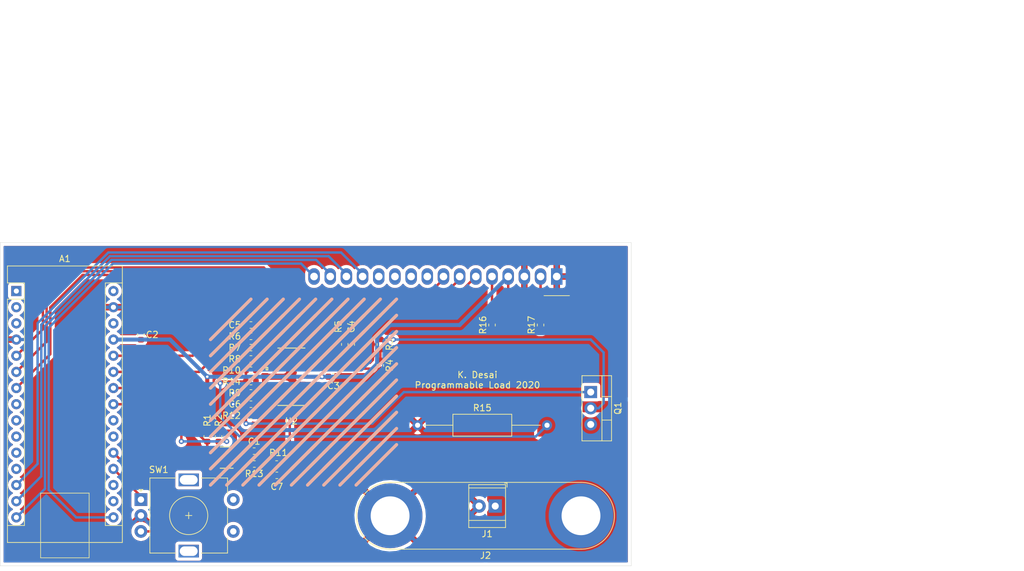
<source format=kicad_pcb>
(kicad_pcb (version 20171130) (host pcbnew "(5.1.2)-1")
  (layers (0 F.Cu signal) (31 B.Cu signal) (34 B.Paste user) (35 F.Paste user) (36 B.SilkS user) (37 F.SilkS user) (38 B.Mask user) (39 F.Mask user) (44 Edge.Cuts user))
  (net 0 "")
  (net 1 "Net-(A1-Pad16)")
  (net 2 "Net-(A1-Pad15)")
  (net 3 "Net-(A1-Pad30)")
  (net 4 "Net-(A1-Pad14)")
  (net 5 GND)
  (net 6 "Net-(A1-Pad13)")
  (net 7 "Net-(A1-Pad28)")
  (net 8 "Net-(A1-Pad12)")
  (net 9 +5V)
  (net 10 "Net-(A1-Pad11)")
  (net 11 "Net-(A1-Pad10)")
  (net 12 "Net-(A1-Pad9)")
  (net 13 /SCL)
  (net 14 "Net-(A1-Pad8)")
  (net 15 /SDA)
  (net 16 "Net-(A1-Pad7)")
  (net 17 "Net-(A1-Pad22)")
  (net 18 "Net-(A1-Pad6)")
  (net 19 "Net-(A1-Pad21)")
  (net 20 "Net-(A1-Pad5)")
  (net 21 /ADC_VOLT)
  (net 22 /ADC_CURRENT)
  (net 23 "Net-(A1-Pad3)")
  (net 24 "Net-(A1-Pad18)")
  (net 25 "Net-(A1-Pad2)")
  (net 26 "Net-(A1-Pad17)")
  (net 27 "Net-(A1-Pad1)")
  (net 28 "Net-(C6-Pad2)")
  (net 29 "Net-(C6-Pad1)")
  (net 30 "Net-(C7-Pad2)")
  (net 31 "Net-(Q1-Pad3)")
  (net 32 /LOAD+)
  (net 33 "Net-(Q1-Pad1)")
  (net 34 "Net-(R3-Pad2)")
  (net 35 "Net-(R5-Pad1)")
  (net 36 "Net-(R6-Pad1)")
  (net 37 "Net-(R7-Pad1)")
  (net 38 "Net-(R14-Pad2)")
  (net 39 "Net-(R10-Pad2)")
  (net 40 /DAC_CURRENT)
  (net 41 "Net-(U2-Pad1)")
  (net 42 "Net-(DS1-Pad12)")
  (net 43 "Net-(DS1-Pad11)")
  (net 44 "Net-(DS1-Pad10)")
  (net 45 "Net-(DS1-Pad9)")
  (net 46 "Net-(DS1-Pad5)")
  (net 47 "Net-(DS1-Pad2)")
  (net 48 "Net-(A1-Pad19)")
  (net 49 "Net-(A1-Pad20)")
  (module Display:HY1602E (layer F.Cu) (at 176.276 101.219 180)
    (fp_text reference DS1 hide)
    (fp_text value HY1602E)
    (pad 16 thru_hole oval (at 38.1 0) (size 1.8 2.6) (drill 1.2) (layers *.Cu *.Mask) (net 1 "Net-(A1-Pad16)"))
    (pad 15 thru_hole oval (at 35.56 0) (size 1.8 2.6) (drill 1.2) (layers *.Cu *.Mask) (net 2 "Net-(A1-Pad15)"))
    (pad 14 thru_hole oval (at 33.02 0) (size 1.8 2.6) (drill 1.2) (layers *.Cu *.Mask) (net 4 "Net-(A1-Pad14)"))
    (pad 13 thru_hole oval (at 30.48 0) (size 1.8 2.6) (drill 1.2) (layers *.Cu *.Mask) (net 6 "Net-(A1-Pad13)"))
    (pad 12 thru_hole oval (at 27.94 0) (size 1.8 2.6) (drill 1.2) (layers *.Cu *.Mask) (net 42 "Net-(DS1-Pad12)"))
    (pad 11 thru_hole oval (at 25.4 0) (size 1.8 2.6) (drill 1.2) (layers *.Cu *.Mask) (net 43 "Net-(DS1-Pad11)"))
    (pad 10 thru_hole oval (at 22.86 0) (size 1.8 2.6) (drill 1.2) (layers *.Cu *.Mask) (net 44 "Net-(DS1-Pad10)"))
    (pad 9 thru_hole oval (at 20.32 0) (size 1.8 2.6) (drill 1.2) (layers *.Cu *.Mask) (net 45 "Net-(DS1-Pad9)"))
    (pad 8 thru_hole oval (at 17.78 0) (size 1.8 2.6) (drill 1.2) (layers *.Cu *.Mask) (net 20 "Net-(A1-Pad5)"))
    (pad 7 thru_hole oval (at 15.24 0) (size 1.8 2.6) (drill 1.2) (layers *.Cu *.Mask) (net 18 "Net-(A1-Pad6)"))
    (pad 6 thru_hole oval (at 12.7 0) (size 1.8 2.6) (drill 1.2) (layers *.Cu *.Mask) (net 16 "Net-(A1-Pad7)"))
    (pad 5 thru_hole oval (at 10.16 0) (size 1.8 2.6) (drill 1.2) (layers *.Cu *.Mask) (net 46 "Net-(DS1-Pad5)"))
    (pad 4 thru_hole oval (at 7.62 0) (size 1.8 2.6) (drill 1.2) (layers *.Cu *.Mask) (net 9 +5V))
    (pad 3 thru_hole oval (at 5.08 0) (size 1.8 2.6) (drill 1.2) (layers *.Cu *.Mask) (net 5 GND))
    (pad 2 thru_hole oval (at 2.54 0) (size 1.8 2.6) (drill 1.2) (layers *.Cu *.Mask) (net 47 "Net-(DS1-Pad2)"))
    (pad 1 thru_hole rect (at 0 0) (size 1.8 2.6) (drill 1.2) (layers *.Cu *.Mask) (net 5 GND))
  )
  (module Rotary_Encoder:RotaryEncoder_Alps_EC11E-Switch_Vertical_H20mm (layer F.Cu) (at 110.998 136.271)
    (fp_text reference SW1 (at 2.8 -4.7) (layer F.SilkS))
    (fp_text value Rotary_Encoder)
    (pad A thru_hole rect (at 0 0) (size 2 2) (drill 1) (layers *.Cu *.Mask) (net 48 "Net-(A1-Pad19)"))
    (pad C thru_hole circle (at 0 2.5) (size 2 2) (drill 1) (layers *.Cu *.Mask) (net 5 GND))
    (pad B thru_hole circle (at 0 5) (size 2 2) (drill 1) (layers *.Cu *.Mask) (net 49 "Net-(A1-Pad20)"))
    (pad MP thru_hole rect (at 7.5 -3.1) (size 3.2 2) (drill oval 2.8 1.5) (layers *.Cu *.Mask))
    (pad MP thru_hole rect (at 7.5 8.1) (size 3.2 2) (drill oval 2.8 1.5) (layers *.Cu *.Mask))
    (pad S2 thru_hole circle (at 14.5 0) (size 2 2) (drill 1) (layers *.Cu *.Mask))
    (pad S1 thru_hole circle (at 14.5 5) (size 2 2) (drill 1) (layers *.Cu *.Mask))
  )
  (module Module:Arduino_Nano (layer F.Cu) (at 91.44 103.505)
    (fp_text reference A1 (at 7.62 -5.08) (layer F.SilkS))
    (fp_text value Arduino_Nano_v3.x)
    (pad 16 thru_hole oval (at 15.24 35.56) (size 1.6 1.6) (drill 0.8) (layers *.Cu *.Mask) (net 1 "Net-(A1-Pad16)"))
    (pad 15 thru_hole oval (at 0 35.56) (size 1.6 1.6) (drill 0.8) (layers *.Cu *.Mask) (net 2 "Net-(A1-Pad15)"))
    (pad 30 thru_hole oval (at 15.24 0) (size 1.6 1.6) (drill 0.8) (layers *.Cu *.Mask) (net 3 "Net-(A1-Pad30)"))
    (pad 14 thru_hole oval (at 0 33.02) (size 1.6 1.6) (drill 0.8) (layers *.Cu *.Mask) (net 4 "Net-(A1-Pad14)"))
    (pad 29 thru_hole oval (at 15.24 2.54) (size 1.6 1.6) (drill 0.8) (layers *.Cu *.Mask) (net 5 GND))
    (pad 13 thru_hole oval (at 0 30.48) (size 1.6 1.6) (drill 0.8) (layers *.Cu *.Mask) (net 6 "Net-(A1-Pad13)"))
    (pad 28 thru_hole oval (at 15.24 5.08) (size 1.6 1.6) (drill 0.8) (layers *.Cu *.Mask) (net 7 "Net-(A1-Pad28)"))
    (pad 12 thru_hole oval (at 0 27.94) (size 1.6 1.6) (drill 0.8) (layers *.Cu *.Mask) (net 8 "Net-(A1-Pad12)"))
    (pad 27 thru_hole oval (at 15.24 7.62) (size 1.6 1.6) (drill 0.8) (layers *.Cu *.Mask) (net 9 +5V))
    (pad 11 thru_hole oval (at 0 25.4) (size 1.6 1.6) (drill 0.8) (layers *.Cu *.Mask) (net 10 "Net-(A1-Pad11)"))
    (pad 26 thru_hole oval (at 15.24 10.16) (size 1.6 1.6) (drill 0.8) (layers *.Cu *.Mask) (net 21 /ADC_VOLT))
    (pad 10 thru_hole oval (at 0 22.86) (size 1.6 1.6) (drill 0.8) (layers *.Cu *.Mask) (net 11 "Net-(A1-Pad10)"))
    (pad 25 thru_hole oval (at 15.24 12.7) (size 1.6 1.6) (drill 0.8) (layers *.Cu *.Mask) (net 22 /ADC_CURRENT))
    (pad 9 thru_hole oval (at 0 20.32) (size 1.6 1.6) (drill 0.8) (layers *.Cu *.Mask) (net 12 "Net-(A1-Pad9)"))
    (pad 24 thru_hole oval (at 15.24 15.24) (size 1.6 1.6) (drill 0.8) (layers *.Cu *.Mask) (net 13 /SCL))
    (pad 8 thru_hole oval (at 0 17.78) (size 1.6 1.6) (drill 0.8) (layers *.Cu *.Mask) (net 14 "Net-(A1-Pad8)"))
    (pad 23 thru_hole oval (at 15.24 17.78) (size 1.6 1.6) (drill 0.8) (layers *.Cu *.Mask) (net 15 /SDA))
    (pad 7 thru_hole oval (at 0 15.24) (size 1.6 1.6) (drill 0.8) (layers *.Cu *.Mask) (net 16 "Net-(A1-Pad7)"))
    (pad 22 thru_hole oval (at 15.24 20.32) (size 1.6 1.6) (drill 0.8) (layers *.Cu *.Mask) (net 17 "Net-(A1-Pad22)"))
    (pad 6 thru_hole oval (at 0 12.7) (size 1.6 1.6) (drill 0.8) (layers *.Cu *.Mask) (net 18 "Net-(A1-Pad6)"))
    (pad 21 thru_hole oval (at 15.24 22.86) (size 1.6 1.6) (drill 0.8) (layers *.Cu *.Mask) (net 19 "Net-(A1-Pad21)"))
    (pad 5 thru_hole oval (at 0 10.16) (size 1.6 1.6) (drill 0.8) (layers *.Cu *.Mask) (net 20 "Net-(A1-Pad5)"))
    (pad 20 thru_hole oval (at 15.24 25.4) (size 1.6 1.6) (drill 0.8) (layers *.Cu *.Mask) (net 49 "Net-(A1-Pad20)"))
    (pad 4 thru_hole oval (at 0 7.62) (size 1.6 1.6) (drill 0.8) (layers *.Cu *.Mask) (net 5 GND))
    (pad 19 thru_hole oval (at 15.24 27.94) (size 1.6 1.6) (drill 0.8) (layers *.Cu *.Mask) (net 48 "Net-(A1-Pad19)"))
    (pad 3 thru_hole oval (at 0 5.08) (size 1.6 1.6) (drill 0.8) (layers *.Cu *.Mask) (net 23 "Net-(A1-Pad3)"))
    (pad 18 thru_hole oval (at 15.24 30.48) (size 1.6 1.6) (drill 0.8) (layers *.Cu *.Mask) (net 24 "Net-(A1-Pad18)"))
    (pad 2 thru_hole oval (at 0 2.54) (size 1.6 1.6) (drill 0.8) (layers *.Cu *.Mask) (net 25 "Net-(A1-Pad2)"))
    (pad 17 thru_hole oval (at 15.24 33.02) (size 1.6 1.6) (drill 0.8) (layers *.Cu *.Mask) (net 26 "Net-(A1-Pad17)"))
    (pad 1 thru_hole rect (at 0 0) (size 1.6 1.6) (drill 0.8) (layers *.Cu *.Mask) (net 27 "Net-(A1-Pad1)"))
  )
  (module Resistor_SMD:R_0603_1608Metric (layer F.Cu) (at 173.736 108.839 90)
    (fp_text reference R17 (at 0 -1.43 90) (layer F.SilkS))
    (fp_text value 220R)
    (pad 2 smd roundrect (at 0.7875 0 90) (size 0.875 0.95) (layers F.Cu F.Paste F.Mask) (net 47 "Net-(DS1-Pad2)"))
    (pad 1 smd roundrect (at -0.7875 0 90) (size 0.875 0.95) (layers F.Cu F.Paste F.Mask) (net 9 +5V))
  )
  (module Resistor_SMD:R_0603_1608Metric (layer F.Cu) (at 166.116 108.839 90)
    (fp_text reference R16 (at 0 -1.43 90) (layer F.SilkS))
    (fp_text value 2k)
    (pad 2 smd roundrect (at 0.7875 0 90) (size 0.875 0.95) (layers F.Cu F.Paste F.Mask) (net 46 "Net-(DS1-Pad5)"))
    (pad 1 smd roundrect (at -0.7875 0 90) (size 0.875 0.95) (layers F.Cu F.Paste F.Mask) (net 5 GND))
  )
  (module Resistor_THT:R_Axial_DIN0309_L9.0mm_D3.2mm_P20.32mm_Horizontal (layer F.Cu) (at 154.432 124.587)
    (fp_text reference R15 (at 10.16 -2.72) (layer F.SilkS))
    (fp_text value 0R1)
    (pad 2 thru_hole oval (at 20.32 0) (size 1.6 1.6) (drill 0.8) (layers *.Cu *.Mask) (net 31 "Net-(Q1-Pad3)"))
    (pad 1 thru_hole circle (at 0 0) (size 1.6 1.6) (drill 0.8) (layers *.Cu *.Mask) (net 5 GND))
  )
  (module Connector:Banana_Jack_2Pin (layer F.Cu) (at 180.086 138.811 180)
    (fp_text reference J2 (at 14.985 -6.24) (layer F.SilkS))
    (fp_text value Conn_01x02)
    (pad 2 thru_hole circle (at 29.97 0 180) (size 10.16 10.16) (drill 6.1) (layers *.Cu *.Mask) (net 5 GND))
    (pad 1 thru_hole circle (at 0 0 180) (size 10.16 10.16) (drill 6.1) (layers *.Cu *.Mask) (net 32 /LOAD+))
  )
  (module TerminalBlock_TE-Connectivity:TerminalBlock_TE_282834-2_1x02_P2.54mm_Horizontal (layer F.Cu) (at 166.624 137.287 180)
    (fp_text reference J1 (at 1.27 -4.37) (layer F.SilkS))
    (fp_text value Screw_Terminal_01x02)
    (pad 2 thru_hole circle (at 2.54 0 180) (size 2.1 2.1) (drill 1.1) (layers *.Cu *.Mask) (net 5 GND))
    (pad 1 thru_hole rect (at 0 0 180) (size 2.1 2.1) (drill 1.1) (layers *.Cu *.Mask) (net 32 /LOAD+))
  )
  (module footprints:AD8608ARZ-REEL (layer F.Cu) (at 134.62 116.967 180)
    (fp_text reference U2 (at 0 -6.985) (layer F.SilkS))
    (fp_text value AD8608ARZ-REEL hide)
    (pad 14 smd rect (at 2.3622 -3.81 180) (size 2.1844 0.5588) (layers F.Cu F.Paste F.Mask) (net 28 "Net-(C6-Pad2)"))
    (pad 13 smd rect (at 2.3622 -2.54 180) (size 2.1844 0.5588) (layers F.Cu F.Paste F.Mask) (net 38 "Net-(R14-Pad2)"))
    (pad 12 smd rect (at 2.3622 -1.27 180) (size 2.1844 0.5588) (layers F.Cu F.Paste F.Mask) (net 30 "Net-(C7-Pad2)"))
    (pad 11 smd rect (at 2.3622 0 180) (size 2.1844 0.5588) (layers F.Cu F.Paste F.Mask) (net 5 GND))
    (pad 10 smd rect (at 2.3622 1.27 180) (size 2.1844 0.5588) (layers F.Cu F.Paste F.Mask) (net 39 "Net-(R10-Pad2)"))
    (pad 9 smd rect (at 2.3622 2.54 180) (size 2.1844 0.5588) (layers F.Cu F.Paste F.Mask) (net 37 "Net-(R7-Pad1)"))
    (pad 8 smd rect (at 2.3622 3.81 180) (size 2.1844 0.5588) (layers F.Cu F.Paste F.Mask) (net 36 "Net-(R6-Pad1)"))
    (pad 7 smd rect (at -2.3622 3.81 180) (size 2.1844 0.5588) (layers F.Cu F.Paste F.Mask) (net 35 "Net-(R5-Pad1)"))
    (pad 6 smd rect (at -2.3622 2.54 180) (size 2.1844 0.5588) (layers F.Cu F.Paste F.Mask) (net 35 "Net-(R5-Pad1)"))
    (pad 5 smd rect (at -2.3622 1.27 180) (size 2.1844 0.5588) (layers F.Cu F.Paste F.Mask) (net 34 "Net-(R3-Pad2)"))
    (pad 4 smd rect (at -2.3622 0 180) (size 2.1844 0.5588) (layers F.Cu F.Paste F.Mask) (net 9 +5V))
    (pad 3 smd rect (at -2.3622 -1.27 180) (size 2.1844 0.5588) (layers F.Cu F.Paste F.Mask) (net 5 GND))
    (pad 2 smd rect (at -2.3622 -2.54 180) (size 2.1844 0.5588) (layers F.Cu F.Paste F.Mask) (net 41 "Net-(U2-Pad1)"))
    (pad 1 smd rect (at -2.3622 -3.81 180) (size 2.1844 0.5588) (layers F.Cu F.Paste F.Mask) (net 41 "Net-(U2-Pad1)"))
  )
  (module lib:SOT-23-6_MC (layer F.Cu) (at 124.46 129.667 180)
    (fp_text reference U1 (at 0.305325 3.175) (layer F.SilkS) (effects (font (size 1.00174 1.00174) (thickness 0.015))))
    (fp_text value MCP4725A2T-E_CH)
    (pad 6 smd rect (at 1.2954 -0.950009 180) (size 1.3208 0.5588) (layers F.Cu F.Paste F.Mask) (net 5 GND))
    (pad 5 smd rect (at 1.2954 0 180) (size 1.3208 0.5588) (layers F.Cu F.Paste F.Mask) (net 13 /SCL))
    (pad 4 smd rect (at 1.2954 0.950009 180) (size 1.3208 0.5588) (layers F.Cu F.Paste F.Mask) (net 15 /SDA))
    (pad 3 smd rect (at -1.2954 0.950009 180) (size 1.3208 0.5588) (layers F.Cu F.Paste F.Mask) (net 9 +5V))
    (pad 2 smd rect (at -1.2954 0 180) (size 1.3208 0.5588) (layers F.Cu F.Paste F.Mask) (net 5 GND))
    (pad 1 smd rect (at -1.2954 -0.950009 180) (size 1.3208 0.5588) (layers F.Cu F.Paste F.Mask) (net 40 /DAC_CURRENT))
  )
  (module Resistor_SMD:R_0603_1608Metric (layer F.Cu) (at 128.27 117.729)
    (fp_text reference R14 (at -3.048 0) (layer F.SilkS))
    (fp_text value 18k)
    (pad 2 smd roundrect (at 0.7875 0) (size 0.875 0.95) (layers F.Cu F.Paste F.Mask) (net 38 "Net-(R14-Pad2)"))
    (pad 1 smd roundrect (at -0.7875 0) (size 0.875 0.95) (layers F.Cu F.Paste F.Mask) (net 31 "Net-(Q1-Pad3)"))
  )
  (module Resistor_SMD:R_0603_1608Metric (layer F.Cu) (at 128.8035 130.683)
    (fp_text reference R13 (at -0.0255 1.524) (layer F.SilkS))
    (fp_text value 18k)
    (pad 2 smd roundrect (at 0.7875 0) (size 0.875 0.95) (layers F.Cu F.Paste F.Mask) (net 30 "Net-(C7-Pad2)"))
    (pad 1 smd roundrect (at -0.7875 0) (size 0.875 0.95) (layers F.Cu F.Paste F.Mask) (net 40 /DAC_CURRENT))
  )
  (module Resistor_SMD:R_0603_1608Metric (layer F.Cu) (at 128.27 123.063)
    (fp_text reference R12 (at -3.048 0) (layer F.SilkS))
    (fp_text value 150)
    (pad 2 smd roundrect (at 0.7875 0) (size 0.875 0.95) (layers F.Cu F.Paste F.Mask) (net 28 "Net-(C6-Pad2)"))
    (pad 1 smd roundrect (at -0.7875 0) (size 0.875 0.95) (layers F.Cu F.Paste F.Mask) (net 33 "Net-(Q1-Pad1)"))
  )
  (module Resistor_SMD:R_0603_1608Metric (layer F.Cu) (at 132.3085 130.683 180)
    (fp_text reference R11 (at -0.2795 1.778) (layer F.SilkS))
    (fp_text value 2k)
    (pad 2 smd roundrect (at 0.7875 0 180) (size 0.875 0.95) (layers F.Cu F.Paste F.Mask) (net 30 "Net-(C7-Pad2)"))
    (pad 1 smd roundrect (at -0.7875 0 180) (size 0.875 0.95) (layers F.Cu F.Paste F.Mask) (net 5 GND))
  )
  (module Resistor_SMD:R_0603_1608Metric (layer F.Cu) (at 128.27 115.951)
    (fp_text reference R10 (at -3.048 0) (layer F.SilkS))
    (fp_text value 20k)
    (pad 2 smd roundrect (at 0.7875 0) (size 0.875 0.95) (layers F.Cu F.Paste F.Mask) (net 39 "Net-(R10-Pad2)"))
    (pad 1 smd roundrect (at -0.7875 0) (size 0.875 0.95) (layers F.Cu F.Paste F.Mask) (net 31 "Net-(Q1-Pad3)"))
  )
  (module Resistor_SMD:R_0603_1608Metric (layer F.Cu) (at 128.27 119.507)
    (fp_text reference R9 (at -2.54 0) (layer F.SilkS))
    (fp_text value 2k2)
    (pad 2 smd roundrect (at 0.7875 0) (size 0.875 0.95) (layers F.Cu F.Paste F.Mask) (net 38 "Net-(R14-Pad2)"))
    (pad 1 smd roundrect (at -0.7875 0) (size 0.875 0.95) (layers F.Cu F.Paste F.Mask) (net 29 "Net-(C6-Pad1)"))
  )
  (module Resistor_SMD:R_0603_1608Metric (layer F.Cu) (at 128.27 114.173)
    (fp_text reference R8 (at -2.54 0) (layer F.SilkS))
    (fp_text value 20k)
    (pad 2 smd roundrect (at 0.7875 0) (size 0.875 0.95) (layers F.Cu F.Paste F.Mask) (net 37 "Net-(R7-Pad1)"))
    (pad 1 smd roundrect (at -0.7875 0) (size 0.875 0.95) (layers F.Cu F.Paste F.Mask) (net 5 GND))
  )
  (module Resistor_SMD:R_0603_1608Metric (layer F.Cu) (at 128.27 112.395)
    (fp_text reference R7 (at -2.54 0) (layer F.SilkS))
    (fp_text value 180k)
    (pad 2 smd roundrect (at 0.7875 0) (size 0.875 0.95) (layers F.Cu F.Paste F.Mask) (net 36 "Net-(R6-Pad1)"))
    (pad 1 smd roundrect (at -0.7875 0) (size 0.875 0.95) (layers F.Cu F.Paste F.Mask) (net 37 "Net-(R7-Pad1)"))
  )
  (module Resistor_SMD:R_0603_1608Metric (layer F.Cu) (at 128.27 110.617 180)
    (fp_text reference R6 (at 2.54 0) (layer F.SilkS))
    (fp_text value 150)
    (pad 2 smd roundrect (at 0.7875 0 180) (size 0.875 0.95) (layers F.Cu F.Paste F.Mask) (net 22 /ADC_CURRENT))
    (pad 1 smd roundrect (at -0.7875 0 180) (size 0.875 0.95) (layers F.Cu F.Paste F.Mask) (net 36 "Net-(R6-Pad1)"))
  )
  (module Resistor_SMD:R_0603_1608Metric (layer F.Cu) (at 141.986 111.887 90)
    (fp_text reference R5 (at 2.794 0 90) (layer F.SilkS))
    (fp_text value 150)
    (pad 2 smd roundrect (at 0.7875 0 90) (size 0.875 0.95) (layers F.Cu F.Paste F.Mask) (net 21 /ADC_VOLT))
    (pad 1 smd roundrect (at -0.7875 0 90) (size 0.875 0.95) (layers F.Cu F.Paste F.Mask) (net 35 "Net-(R5-Pad1)"))
  )
  (module Resistor_SMD:R_0603_1608Metric (layer F.Cu) (at 148.59 115.189 270)
    (fp_text reference R4 (at 0 -1.43 90) (layer F.SilkS))
    (fp_text value 20k)
    (pad 2 smd roundrect (at 0.7875 0 270) (size 0.875 0.95) (layers F.Cu F.Paste F.Mask) (net 5 GND))
    (pad 1 smd roundrect (at -0.7875 0 270) (size 0.875 0.95) (layers F.Cu F.Paste F.Mask) (net 34 "Net-(R3-Pad2)"))
  )
  (module Resistor_SMD:R_0603_1608Metric (layer F.Cu) (at 148.59 111.887 270)
    (fp_text reference R3 (at 0 -1.43 90) (layer F.SilkS))
    (fp_text value 100k)
    (pad 2 smd roundrect (at 0.7875 0 270) (size 0.875 0.95) (layers F.Cu F.Paste F.Mask) (net 34 "Net-(R3-Pad2)"))
    (pad 1 smd roundrect (at -0.7875 0 270) (size 0.875 0.95) (layers F.Cu F.Paste F.Mask) (net 32 /LOAD+))
  )
  (module Resistor_SMD:R_0603_1608Metric (layer F.Cu) (at 123.19 126.365 270)
    (fp_text reference R2 (at -2.54 0 90) (layer F.SilkS))
    (fp_text value 10k)
    (pad 2 smd roundrect (at 0.7875 0 270) (size 0.875 0.95) (layers F.Cu F.Paste F.Mask) (net 15 /SDA))
    (pad 1 smd roundrect (at -0.7875 0 270) (size 0.875 0.95) (layers F.Cu F.Paste F.Mask) (net 9 +5V))
  )
  (module Resistor_SMD:R_0603_1608Metric (layer F.Cu) (at 121.412 126.365 270)
    (fp_text reference R1 (at -2.54 0 90) (layer F.SilkS))
    (fp_text value 10k)
    (pad 2 smd roundrect (at 0.7875 0 270) (size 0.875 0.95) (layers F.Cu F.Paste F.Mask) (net 13 /SCL))
    (pad 1 smd roundrect (at -0.7875 0 270) (size 0.875 0.95) (layers F.Cu F.Paste F.Mask) (net 9 +5V))
  )
  (module Package_TO_SOT_THT:TO-220-3_Vertical (layer F.Cu) (at 181.61 119.38 270)
    (fp_text reference Q1 (at 2.54 -4.27 90) (layer F.SilkS))
    (fp_text value IRLZ44N)
    (pad 3 thru_hole oval (at 5.08 0 270) (size 1.905 2) (drill 1.1) (layers *.Cu *.Mask) (net 31 "Net-(Q1-Pad3)"))
    (pad 2 thru_hole oval (at 2.54 0 270) (size 1.905 2) (drill 1.1) (layers *.Cu *.Mask) (net 32 /LOAD+))
    (pad 1 thru_hole rect (at 0 0 270) (size 1.905 2) (drill 1.1) (layers *.Cu *.Mask) (net 33 "Net-(Q1-Pad1)"))
  )
  (module Capacitor_SMD:C_0603_1608Metric (layer F.Cu) (at 132.334 132.461 180)
    (fp_text reference C7 (at 0 -1.778) (layer F.SilkS))
    (fp_text value 1n)
    (pad 2 smd roundrect (at 0.7875 0 180) (size 0.875 0.95) (layers F.Cu F.Paste F.Mask) (net 30 "Net-(C7-Pad2)"))
    (pad 1 smd roundrect (at -0.7875 0 180) (size 0.875 0.95) (layers F.Cu F.Paste F.Mask) (net 5 GND))
  )
  (module Capacitor_SMD:C_0603_1608Metric (layer F.Cu) (at 128.27 121.285)
    (fp_text reference C6 (at -2.54 0) (layer F.SilkS))
    (fp_text value 22n)
    (pad 2 smd roundrect (at 0.7875 0) (size 0.875 0.95) (layers F.Cu F.Paste F.Mask) (net 28 "Net-(C6-Pad2)"))
    (pad 1 smd roundrect (at -0.7875 0) (size 0.875 0.95) (layers F.Cu F.Paste F.Mask) (net 29 "Net-(C6-Pad1)"))
  )
  (module Capacitor_SMD:C_0603_1608Metric (layer F.Cu) (at 128.27 108.839 180)
    (fp_text reference C5 (at 2.54 0) (layer F.SilkS))
    (fp_text value 100n)
    (pad 2 smd roundrect (at 0.7875 0 180) (size 0.875 0.95) (layers F.Cu F.Paste F.Mask) (net 22 /ADC_CURRENT))
    (pad 1 smd roundrect (at -0.7875 0 180) (size 0.875 0.95) (layers F.Cu F.Paste F.Mask) (net 5 GND))
  )
  (module Capacitor_SMD:C_0603_1608Metric (layer F.Cu) (at 144.018 111.887 270)
    (fp_text reference C4 (at -2.794 0 90) (layer F.SilkS))
    (fp_text value 100n)
    (pad 2 smd roundrect (at 0.7875 0 270) (size 0.875 0.95) (layers F.Cu F.Paste F.Mask) (net 5 GND))
    (pad 1 smd roundrect (at -0.7875 0 270) (size 0.875 0.95) (layers F.Cu F.Paste F.Mask) (net 21 /ADC_VOLT))
  )
  (module Capacitor_SMD:C_0603_1608Metric (layer F.Cu) (at 141.224 116.967 180)
    (fp_text reference C3 (at 0 -1.43) (layer F.SilkS))
    (fp_text value 100n)
    (pad 2 smd roundrect (at 0.7875 0 180) (size 0.875 0.95) (layers F.Cu F.Paste F.Mask) (net 9 +5V))
    (pad 1 smd roundrect (at -0.7875 0 180) (size 0.875 0.95) (layers F.Cu F.Paste F.Mask) (net 5 GND))
  )
  (module Capacitor_SMD:C_0603_1608Metric (layer F.Cu) (at 110.998 110.363 270)
    (fp_text reference C2 (at 0 -1.778 180) (layer F.SilkS))
    (fp_text value 100n)
    (pad 2 smd roundrect (at 0.7875 0 270) (size 0.875 0.95) (layers F.Cu F.Paste F.Mask) (net 9 +5V))
    (pad 1 smd roundrect (at -0.7875 0 270) (size 0.875 0.95) (layers F.Cu F.Paste F.Mask) (net 5 GND))
  )
  (module Capacitor_SMD:C_0603_1608Metric (layer F.Cu) (at 128.778 128.651 180)
    (fp_text reference C1 (at 0 1.524) (layer F.SilkS))
    (fp_text value 1u)
    (pad 2 smd roundrect (at 0.7875 0 180) (size 0.875 0.95) (layers F.Cu F.Paste F.Mask) (net 9 +5V))
    (pad 1 smd roundrect (at -0.7875 0 180) (size 0.875 0.95) (layers F.Cu F.Paste F.Mask) (net 5 GND))
  )
  (gr_text "K. Desai\nProgrammable Load 2020" (at 163.83 117.475) (layer F.SilkS) (effects (font (size 1 1))))
  (gr_line (start 144.78 111.125) (end 151.13 104.775) (layer B.SilkS) (width 0.508))
  (gr_line (start 144.78 113.665) (end 151.13 107.315) (layer B.SilkS) (width 0.508))
  (gr_line (start 144.78 116.205) (end 151.13 109.855) (layer B.SilkS) (width 0.508))
  (gr_line (start 144.78 118.745) (end 151.13 112.395) (layer B.SilkS) (width 0.508))
  (gr_line (start 144.78 121.285) (end 151.13 114.935) (layer B.SilkS) (width 0.508))
  (gr_line (start 144.78 123.825) (end 151.13 117.475) (layer B.SilkS) (width 0.508))
  (gr_line (start 144.78 126.365) (end 151.13 120.015) (layer B.SilkS) (width 0.508))
  (gr_line (start 144.78 128.905) (end 151.13 122.555) (layer B.SilkS) (width 0.508))
  (gr_line (start 144.78 131.445) (end 151.13 125.095) (layer B.SilkS) (width 0.508))
  (gr_line (start 144.78 133.985) (end 151.13 127.635) (layer B.SilkS) (width 0.508))
  (gr_line (start 142.24 111.125) (end 148.59 104.775) (layer B.SilkS) (width 0.508))
  (gr_line (start 142.24 113.665) (end 148.59 107.315) (layer B.SilkS) (width 0.508))
  (gr_line (start 142.24 116.205) (end 148.59 109.855) (layer B.SilkS) (width 0.508))
  (gr_line (start 142.24 118.745) (end 148.59 112.395) (layer B.SilkS) (width 0.508))
  (gr_line (start 142.24 121.285) (end 148.59 114.935) (layer B.SilkS) (width 0.508))
  (gr_line (start 142.24 123.825) (end 148.59 117.475) (layer B.SilkS) (width 0.508))
  (gr_line (start 142.24 126.365) (end 148.59 120.015) (layer B.SilkS) (width 0.508))
  (gr_line (start 142.24 128.905) (end 148.59 122.555) (layer B.SilkS) (width 0.508))
  (gr_line (start 142.24 131.445) (end 148.59 125.095) (layer B.SilkS) (width 0.508))
  (gr_line (start 142.24 133.985) (end 148.59 127.635) (layer B.SilkS) (width 0.508))
  (gr_line (start 139.7 111.125) (end 146.05 104.775) (layer B.SilkS) (width 0.508))
  (gr_line (start 139.7 113.665) (end 146.05 107.315) (layer B.SilkS) (width 0.508))
  (gr_line (start 139.7 116.205) (end 146.05 109.855) (layer B.SilkS) (width 0.508))
  (gr_line (start 139.7 118.745) (end 146.05 112.395) (layer B.SilkS) (width 0.508))
  (gr_line (start 139.7 121.285) (end 146.05 114.935) (layer B.SilkS) (width 0.508))
  (gr_line (start 139.7 123.825) (end 146.05 117.475) (layer B.SilkS) (width 0.508))
  (gr_line (start 139.7 126.365) (end 146.05 120.015) (layer B.SilkS) (width 0.508))
  (gr_line (start 139.7 128.905) (end 146.05 122.555) (layer B.SilkS) (width 0.508))
  (gr_line (start 139.7 131.445) (end 146.05 125.095) (layer B.SilkS) (width 0.508))
  (gr_line (start 139.7 133.985) (end 146.05 127.635) (layer B.SilkS) (width 0.508))
  (gr_line (start 137.16 111.125) (end 143.51 104.775) (layer B.SilkS) (width 0.508))
  (gr_line (start 137.16 113.665) (end 143.51 107.315) (layer B.SilkS) (width 0.508))
  (gr_line (start 137.16 116.205) (end 143.51 109.855) (layer B.SilkS) (width 0.508))
  (gr_line (start 137.16 118.745) (end 143.51 112.395) (layer B.SilkS) (width 0.508))
  (gr_line (start 137.16 121.285) (end 143.51 114.935) (layer B.SilkS) (width 0.508))
  (gr_line (start 137.16 123.825) (end 143.51 117.475) (layer B.SilkS) (width 0.508))
  (gr_line (start 137.16 126.365) (end 143.51 120.015) (layer B.SilkS) (width 0.508))
  (gr_line (start 137.16 128.905) (end 143.51 122.555) (layer B.SilkS) (width 0.508))
  (gr_line (start 137.16 131.445) (end 143.51 125.095) (layer B.SilkS) (width 0.508))
  (gr_line (start 137.16 133.985) (end 143.51 127.635) (layer B.SilkS) (width 0.508))
  (gr_line (start 134.62 111.125) (end 140.97 104.775) (layer B.SilkS) (width 0.508))
  (gr_line (start 134.62 113.665) (end 140.97 107.315) (layer B.SilkS) (width 0.508))
  (gr_line (start 134.62 116.205) (end 140.97 109.855) (layer B.SilkS) (width 0.508))
  (gr_line (start 134.62 118.745) (end 140.97 112.395) (layer B.SilkS) (width 0.508))
  (gr_line (start 134.62 121.285) (end 140.97 114.935) (layer B.SilkS) (width 0.508))
  (gr_line (start 134.62 123.825) (end 140.97 117.475) (layer B.SilkS) (width 0.508))
  (gr_line (start 134.62 126.365) (end 140.97 120.015) (layer B.SilkS) (width 0.508))
  (gr_line (start 134.62 128.905) (end 140.97 122.555) (layer B.SilkS) (width 0.508))
  (gr_line (start 134.62 131.445) (end 140.97 125.095) (layer B.SilkS) (width 0.508))
  (gr_line (start 134.62 133.985) (end 140.97 127.635) (layer B.SilkS) (width 0.508))
  (gr_line (start 132.08 111.125) (end 138.43 104.775) (layer B.SilkS) (width 0.508))
  (gr_line (start 132.08 113.665) (end 138.43 107.315) (layer B.SilkS) (width 0.508))
  (gr_line (start 132.08 116.205) (end 138.43 109.855) (layer B.SilkS) (width 0.508))
  (gr_line (start 132.08 118.745) (end 138.43 112.395) (layer B.SilkS) (width 0.508))
  (gr_line (start 132.08 121.285) (end 138.43 114.935) (layer B.SilkS) (width 0.508))
  (gr_line (start 132.08 123.825) (end 138.43 117.475) (layer B.SilkS) (width 0.508))
  (gr_line (start 132.08 126.365) (end 138.43 120.015) (layer B.SilkS) (width 0.508))
  (gr_line (start 132.08 128.905) (end 138.43 122.555) (layer B.SilkS) (width 0.508))
  (gr_line (start 132.08 131.445) (end 138.43 125.095) (layer B.SilkS) (width 0.508))
  (gr_line (start 132.08 133.985) (end 138.43 127.635) (layer B.SilkS) (width 0.508))
  (gr_line (start 129.54 111.125) (end 135.89 104.775) (layer B.SilkS) (width 0.508))
  (gr_line (start 129.54 113.665) (end 135.89 107.315) (layer B.SilkS) (width 0.508))
  (gr_line (start 129.54 116.205) (end 135.89 109.855) (layer B.SilkS) (width 0.508))
  (gr_line (start 129.54 118.745) (end 135.89 112.395) (layer B.SilkS) (width 0.508))
  (gr_line (start 129.54 121.285) (end 135.89 114.935) (layer B.SilkS) (width 0.508))
  (gr_line (start 129.54 123.825) (end 135.89 117.475) (layer B.SilkS) (width 0.508))
  (gr_line (start 129.54 126.365) (end 135.89 120.015) (layer B.SilkS) (width 0.508))
  (gr_line (start 129.54 128.905) (end 135.89 122.555) (layer B.SilkS) (width 0.508))
  (gr_line (start 129.54 131.445) (end 135.89 125.095) (layer B.SilkS) (width 0.508))
  (gr_line (start 129.54 133.985) (end 135.89 127.635) (layer B.SilkS) (width 0.508))
  (gr_line (start 127 111.125) (end 133.35 104.775) (layer B.SilkS) (width 0.508))
  (gr_line (start 127 113.665) (end 133.35 107.315) (layer B.SilkS) (width 0.508))
  (gr_line (start 127 116.205) (end 133.35 109.855) (layer B.SilkS) (width 0.508))
  (gr_line (start 127 118.745) (end 133.35 112.395) (layer B.SilkS) (width 0.508))
  (gr_line (start 127 121.285) (end 133.35 114.935) (layer B.SilkS) (width 0.508))
  (gr_line (start 127 123.825) (end 133.35 117.475) (layer B.SilkS) (width 0.508))
  (gr_line (start 127 126.365) (end 133.35 120.015) (layer B.SilkS) (width 0.508))
  (gr_line (start 127 128.905) (end 133.35 122.555) (layer B.SilkS) (width 0.508))
  (gr_line (start 127 131.445) (end 133.35 125.095) (layer B.SilkS) (width 0.508))
  (gr_line (start 127 133.985) (end 133.35 127.635) (layer B.SilkS) (width 0.508))
  (gr_line (start 124.46 111.125) (end 130.81 104.775) (layer B.SilkS) (width 0.508))
  (gr_line (start 124.46 113.665) (end 130.81 107.315) (layer B.SilkS) (width 0.508))
  (gr_line (start 124.46 116.205) (end 130.81 109.855) (layer B.SilkS) (width 0.508))
  (gr_line (start 124.46 118.745) (end 130.81 112.395) (layer B.SilkS) (width 0.508))
  (gr_line (start 124.46 121.285) (end 130.81 114.935) (layer B.SilkS) (width 0.508))
  (gr_line (start 124.46 123.825) (end 130.81 117.475) (layer B.SilkS) (width 0.508))
  (gr_line (start 124.46 126.365) (end 130.81 120.015) (layer B.SilkS) (width 0.508))
  (gr_line (start 124.46 128.905) (end 130.81 122.555) (layer B.SilkS) (width 0.508))
  (gr_line (start 124.46 131.445) (end 130.81 125.095) (layer B.SilkS) (width 0.508))
  (gr_line (start 124.46 133.985) (end 130.81 127.635) (layer B.SilkS) (width 0.508))
  (gr_line (start 121.92 111.125) (end 128.27 104.775) (layer B.SilkS) (width 0.508))
  (gr_line (start 121.92 113.665) (end 128.27 107.315) (layer B.SilkS) (width 0.508))
  (gr_line (start 121.92 116.205) (end 128.27 109.855) (layer B.SilkS) (width 0.508))
  (gr_line (start 121.92 118.745) (end 128.27 112.395) (layer B.SilkS) (width 0.508))
  (gr_line (start 121.92 121.285) (end 128.27 114.935) (layer B.SilkS) (width 0.508))
  (gr_line (start 121.92 123.825) (end 128.27 117.475) (layer B.SilkS) (width 0.508))
  (gr_line (start 121.92 126.365) (end 128.27 120.015) (layer B.SilkS) (width 0.508))
  (gr_line (start 121.92 128.905) (end 128.27 122.555) (layer B.SilkS) (width 0.508))
  (gr_line (start 121.92 131.445) (end 128.27 125.095) (layer B.SilkS) (width 0.508))
  (gr_line (start 121.92 133.985) (end 128.27 127.635) (layer B.SilkS) (width 0.508))
  (gr_line (start 88.9 95.885) (end 88.9 146.685) (layer Edge.Cuts) (width 0.05))
  (gr_line (start 187.96 95.885) (end 88.9 95.885) (layer Edge.Cuts) (width 0.05))
  (gr_line (start 187.96 146.685) (end 187.96 95.885) (layer Edge.Cuts) (width 0.05))
  (gr_line (start 88.9 146.685) (end 187.96 146.685) (layer Edge.Cuts) (width 0.05))
  (segment (start 136.144 99.187) (end 138.176 101.219) (width 0.381) (layer B.Cu) (net 1))
  (segment (start 106.605016 99.187) (end 136.144 99.187) (width 0.381) (layer B.Cu) (net 1))
  (segment (start 96.52 109.272016) (end 106.605016 99.187) (width 0.381) (layer B.Cu) (net 1))
  (segment (start 106.68 139.065) (end 100.838 139.065) (width 0.381) (layer B.Cu) (net 1))
  (segment (start 100.838 139.065) (end 96.52 134.747) (width 0.381) (layer B.Cu) (net 1))
  (segment (start 96.52 134.747) (end 96.52 109.272016) (width 0.381) (layer B.Cu) (net 1))
  (segment (start 138.502989 98.605989) (end 140.716 100.819) (width 0.381) (layer B.Cu) (net 2))
  (segment (start 106.364354 98.605989) (end 138.502989 98.605989) (width 0.381) (layer B.Cu) (net 2))
  (segment (start 95.938989 134.566011) (end 95.938989 109.031354) (width 0.381) (layer B.Cu) (net 2))
  (segment (start 140.716 100.819) (end 140.716 101.219) (width 0.381) (layer B.Cu) (net 2))
  (segment (start 95.938989 109.031354) (end 106.364354 98.605989) (width 0.381) (layer B.Cu) (net 2))
  (segment (start 91.44 139.065) (end 95.938989 134.566011) (width 0.381) (layer B.Cu) (net 2))
  (segment (start 95.357978 132.607022) (end 95.357978 108.790692) (width 0.381) (layer B.Cu) (net 4))
  (segment (start 106.123692 98.024978) (end 140.461978 98.024978) (width 0.381) (layer B.Cu) (net 4))
  (segment (start 95.357978 108.790692) (end 106.123692 98.024978) (width 0.381) (layer B.Cu) (net 4))
  (segment (start 91.44 136.525) (end 95.357978 132.607022) (width 0.381) (layer B.Cu) (net 4))
  (segment (start 143.256 100.819) (end 143.256 101.219) (width 0.381) (layer B.Cu) (net 4))
  (segment (start 140.461978 98.024978) (end 143.256 100.819) (width 0.381) (layer B.Cu) (net 4))
  (via (at 125.476 119.507) (size 0.8) (drill 0.4) (layers F.Cu B.Cu) (net 5))
  (via (at 125.476 121.285) (size 0.8) (drill 0.4) (layers F.Cu B.Cu) (net 5))
  (via (at 125.476 123.063) (size 0.8) (drill 0.4) (layers F.Cu B.Cu) (net 5))
  (segment (start 91.44 133.985) (end 94.776967 130.648033) (width 0.381) (layer B.Cu) (net 6))
  (segment (start 94.776967 108.55003) (end 105.88303 97.443967) (width 0.381) (layer B.Cu) (net 6))
  (segment (start 145.796 100.819) (end 145.796 101.219) (width 0.381) (layer B.Cu) (net 6))
  (segment (start 142.420967 97.443967) (end 145.796 100.819) (width 0.381) (layer B.Cu) (net 6))
  (segment (start 105.88303 97.443967) (end 142.420967 97.443967) (width 0.381) (layer B.Cu) (net 6))
  (segment (start 94.776967 130.648033) (end 94.776967 108.55003) (width 0.381) (layer B.Cu) (net 6))
  (segment (start 121.412 125.5775) (end 123.19 125.5775) (width 0.635) (layer F.Cu) (net 9))
  (segment (start 136.9822 116.967) (end 139.446 116.967) (width 0.635) (layer F.Cu) (net 9))
  (segment (start 139.446 116.967) (end 139.446 116.967) (width 0.635) (layer F.Cu) (net 9))
  (via (at 139.446 116.967) (size 0.8) (drill 0.4) (layers F.Cu B.Cu) (net 9))
  (segment (start 161.036 108.839) (end 168.656 101.219) (width 0.635) (layer B.Cu) (net 9))
  (segment (start 150.114 108.839) (end 161.036 108.839) (width 0.635) (layer B.Cu) (net 9))
  (segment (start 148.082 110.871) (end 150.114 108.839) (width 0.635) (layer B.Cu) (net 9))
  (segment (start 148.082 114.935) (end 148.082 110.871) (width 0.635) (layer B.Cu) (net 9))
  (segment (start 139.446 116.967) (end 146.05 116.967) (width 0.635) (layer B.Cu) (net 9))
  (segment (start 146.05 116.967) (end 148.082 114.935) (width 0.635) (layer B.Cu) (net 9))
  (segment (start 139.446 116.967) (end 121.412 116.967) (width 0.635) (layer B.Cu) (net 9))
  (via (at 121.412 116.967) (size 0.8) (drill 0.4) (layers F.Cu B.Cu) (net 9))
  (segment (start 115.57 111.125) (end 106.68 111.125) (width 0.635) (layer B.Cu) (net 9))
  (segment (start 121.412 116.967) (end 115.57 111.125) (width 0.635) (layer B.Cu) (net 9))
  (segment (start 125.7554 126.1364) (end 125.7554 128.716991) (width 0.635) (layer F.Cu) (net 9))
  (segment (start 121.412 116.967) (end 121.412 121.793) (width 0.635) (layer F.Cu) (net 9))
  (segment (start 121.412 121.793) (end 121.412 125.5775) (width 0.635) (layer F.Cu) (net 9))
  (segment (start 125.1965 125.5775) (end 125.7554 126.1364) (width 0.635) (layer F.Cu) (net 9))
  (segment (start 123.19 125.5775) (end 125.1965 125.5775) (width 0.635) (layer F.Cu) (net 9))
  (segment (start 169.4435 109.6265) (end 173.736 109.6265) (width 0.381) (layer F.Cu) (net 9))
  (segment (start 168.656 101.219) (end 168.656 108.839) (width 0.381) (layer F.Cu) (net 9))
  (segment (start 168.656 108.839) (end 169.4435 109.6265) (width 0.381) (layer F.Cu) (net 9))
  (segment (start 139.446 116.967) (end 140.4365 116.967) (width 0.381) (layer F.Cu) (net 9))
  (segment (start 106.7055 111.1505) (end 106.68 111.125) (width 0.381) (layer F.Cu) (net 9))
  (segment (start 110.998 111.1505) (end 106.7055 111.1505) (width 0.381) (layer F.Cu) (net 9))
  (segment (start 127.924509 128.716991) (end 127.9905 128.651) (width 0.381) (layer F.Cu) (net 9))
  (segment (start 125.7554 128.716991) (end 127.924509 128.716991) (width 0.381) (layer F.Cu) (net 9))
  (segment (start 121.412 127.69) (end 121.412 127.1525) (width 0.381) (layer F.Cu) (net 13))
  (segment (start 121.412 128.607093) (end 121.412 127.69) (width 0.381) (layer F.Cu) (net 13))
  (segment (start 122.471907 129.667) (end 121.412 128.607093) (width 0.381) (layer F.Cu) (net 13))
  (segment (start 123.1646 129.667) (end 122.471907 129.667) (width 0.381) (layer F.Cu) (net 13))
  (segment (start 121.17075 127.1525) (end 121.412 127.1525) (width 0.381) (layer F.Cu) (net 13))
  (segment (start 119.38 125.36175) (end 121.17075 127.1525) (width 0.381) (layer F.Cu) (net 13))
  (segment (start 119.38 121.539) (end 119.38 125.36175) (width 0.381) (layer F.Cu) (net 13))
  (segment (start 106.68 118.745) (end 116.586 118.745) (width 0.381) (layer F.Cu) (net 13))
  (segment (start 116.586 118.745) (end 119.38 121.539) (width 0.381) (layer F.Cu) (net 13))
  (via (at 124.46 127.127) (size 0.8) (drill 0.4) (layers F.Cu B.Cu) (net 15))
  (segment (start 123.1646 127.1779) (end 123.19 127.1525) (width 0.381) (layer F.Cu) (net 15))
  (segment (start 123.1646 128.716991) (end 123.1646 127.1779) (width 0.381) (layer F.Cu) (net 15))
  (segment (start 106.68 121.285) (end 115.824 121.285) (width 0.381) (layer F.Cu) (net 15))
  (segment (start 115.824 121.285) (end 117.348 122.809) (width 0.381) (layer F.Cu) (net 15))
  (segment (start 117.348 126.873) (end 117.348 126.873) (width 0.381) (layer F.Cu) (net 15))
  (via (at 117.348 127.127) (size 0.8) (drill 0.4) (layers F.Cu B.Cu) (net 15))
  (segment (start 117.348 122.809) (end 117.348 125.603) (width 0.381) (layer F.Cu) (net 15))
  (segment (start 117.348 123.063) (end 117.348 125.603) (width 0.381) (layer F.Cu) (net 15))
  (segment (start 117.348 125.603) (end 117.348 127.127) (width 0.381) (layer F.Cu) (net 15))
  (segment (start 117.348 127.127) (end 124.46 127.127) (width 0.381) (layer B.Cu) (net 15))
  (segment (start 123.2155 127.127) (end 123.19 127.1525) (width 0.381) (layer F.Cu) (net 15))
  (segment (start 124.46 127.127) (end 123.2155 127.127) (width 0.381) (layer F.Cu) (net 15))
  (segment (start 159.004 105.791) (end 163.576 101.219) (width 0.381) (layer F.Cu) (net 16))
  (segment (start 134.62 105.791) (end 159.004 105.791) (width 0.381) (layer F.Cu) (net 16))
  (segment (start 129.794001 100.965001) (end 134.62 105.791) (width 0.381) (layer F.Cu) (net 16))
  (segment (start 101.853999 100.965001) (end 129.794001 100.965001) (width 0.381) (layer F.Cu) (net 16))
  (segment (start 96.774 106.045) (end 101.853999 100.965001) (width 0.381) (layer F.Cu) (net 16))
  (segment (start 96.774 113.411) (end 96.774 106.045) (width 0.381) (layer F.Cu) (net 16))
  (segment (start 91.44 118.745) (end 96.774 113.411) (width 0.381) (layer F.Cu) (net 16))
  (segment (start 157.445011 105.209989) (end 161.036 101.619) (width 0.381) (layer F.Cu) (net 18))
  (segment (start 134.860661 105.209989) (end 157.445011 105.209989) (width 0.381) (layer F.Cu) (net 18))
  (segment (start 96.192989 111.452011) (end 96.192989 105.804338) (width 0.381) (layer F.Cu) (net 18))
  (segment (start 130.034663 100.38399) (end 134.860661 105.209989) (width 0.381) (layer F.Cu) (net 18))
  (segment (start 101.613337 100.38399) (end 130.034663 100.38399) (width 0.381) (layer F.Cu) (net 18))
  (segment (start 161.036 101.619) (end 161.036 101.219) (width 0.381) (layer F.Cu) (net 18))
  (segment (start 91.44 116.205) (end 96.192989 111.452011) (width 0.381) (layer F.Cu) (net 18))
  (segment (start 96.192989 105.804338) (end 101.613337 100.38399) (width 0.381) (layer F.Cu) (net 18))
  (segment (start 95.611978 109.493022) (end 92.239999 112.865001) (width 0.381) (layer F.Cu) (net 20))
  (segment (start 158.496 101.619) (end 155.594 104.521) (width 0.381) (layer F.Cu) (net 20))
  (segment (start 130.275325 99.802979) (end 101.372675 99.802979) (width 0.381) (layer F.Cu) (net 20))
  (segment (start 101.372675 99.802979) (end 95.611978 105.563676) (width 0.381) (layer F.Cu) (net 20))
  (segment (start 92.239999 112.865001) (end 91.44 113.665) (width 0.381) (layer F.Cu) (net 20))
  (segment (start 95.611978 105.563676) (end 95.611978 109.493022) (width 0.381) (layer F.Cu) (net 20))
  (segment (start 155.594 104.521) (end 134.993344 104.521) (width 0.381) (layer F.Cu) (net 20))
  (segment (start 158.496 101.219) (end 158.496 101.619) (width 0.381) (layer F.Cu) (net 20))
  (segment (start 134.993344 104.521) (end 130.275325 99.802979) (width 0.381) (layer F.Cu) (net 20))
  (segment (start 141.986 111.0995) (end 144.018 111.0995) (width 0.381) (layer F.Cu) (net 21))
  (segment (start 138.2015 107.315) (end 141.986 111.0995) (width 0.381) (layer F.Cu) (net 21))
  (segment (start 125.476 107.315) (end 138.2015 107.315) (width 0.381) (layer F.Cu) (net 21))
  (segment (start 106.68 113.665) (end 119.126 113.665) (width 0.381) (layer F.Cu) (net 21))
  (segment (start 119.126 113.665) (end 125.476 107.315) (width 0.381) (layer F.Cu) (net 21))
  (segment (start 127.4825 110.617) (end 127.4825 108.839) (width 0.381) (layer F.Cu) (net 22))
  (segment (start 125.73 110.617) (end 127.4825 110.617) (width 0.381) (layer F.Cu) (net 22))
  (segment (start 106.68 116.205) (end 120.142 116.205) (width 0.381) (layer F.Cu) (net 22))
  (segment (start 120.142 116.205) (end 125.73 110.617) (width 0.381) (layer F.Cu) (net 22))
  (segment (start 129.5655 120.777) (end 129.0575 121.285) (width 0.381) (layer F.Cu) (net 28))
  (segment (start 132.2578 120.777) (end 129.5655 120.777) (width 0.381) (layer F.Cu) (net 28))
  (segment (start 129.0575 121.285) (end 129.0575 123.063) (width 0.381) (layer F.Cu) (net 28))
  (segment (start 127.4825 121.285) (end 127.4825 119.507) (width 0.381) (layer F.Cu) (net 29))
  (segment (start 134.366 127.838) (end 131.521 130.683) (width 0.381) (layer F.Cu) (net 30))
  (segment (start 134.366 118.872) (end 134.366 127.838) (width 0.381) (layer F.Cu) (net 30))
  (segment (start 132.2578 118.237) (end 133.731 118.237) (width 0.381) (layer F.Cu) (net 30))
  (segment (start 133.731 118.237) (end 134.366 118.872) (width 0.381) (layer F.Cu) (net 30))
  (segment (start 131.521 132.4355) (end 131.5465 132.461) (width 0.381) (layer F.Cu) (net 30))
  (segment (start 131.521 130.683) (end 131.521 132.4355) (width 0.381) (layer F.Cu) (net 30))
  (segment (start 131.521 130.683) (end 129.591 130.683) (width 0.381) (layer F.Cu) (net 30))
  (via (at 123.444 117.983) (size 0.8) (drill 0.4) (layers F.Cu B.Cu) (net 31))
  (segment (start 127.4825 115.951) (end 127.4825 117.729) (width 0.381) (layer F.Cu) (net 31))
  (segment (start 181.483 124.587) (end 181.61 124.46) (width 1.27) (layer F.Cu) (net 31))
  (segment (start 174.752 124.587) (end 181.483 124.587) (width 1.524) (layer F.Cu) (net 31))
  (segment (start 123.698 117.729) (end 123.444 117.983) (width 0.381) (layer F.Cu) (net 31))
  (segment (start 127.4825 117.729) (end 123.698 117.729) (width 0.381) (layer F.Cu) (net 31))
  (segment (start 173.952001 125.386999) (end 174.752 124.587) (width 0.381) (layer B.Cu) (net 31))
  (segment (start 172.974 126.365) (end 173.952001 125.386999) (width 0.381) (layer B.Cu) (net 31))
  (segment (start 126.492 126.365) (end 172.974 126.365) (width 0.381) (layer B.Cu) (net 31))
  (segment (start 123.444 117.983) (end 123.444 123.317) (width 0.381) (layer B.Cu) (net 31))
  (segment (start 123.444 123.317) (end 126.492 126.365) (width 0.381) (layer B.Cu) (net 31))
  (segment (start 150.622 111.125) (end 150.622 111.125) (width 0.381) (layer B.Cu) (net 32))
  (via (at 150.622 111.125) (size 0.8) (drill 0.4) (layers F.Cu B.Cu) (net 32))
  (segment (start 150.5965 111.0995) (end 150.622 111.125) (width 0.381) (layer F.Cu) (net 32))
  (segment (start 148.59 111.0995) (end 150.5965 111.0995) (width 0.381) (layer F.Cu) (net 32))
  (segment (start 181.61 111.125) (end 150.622 111.125) (width 0.381) (layer B.Cu) (net 32))
  (segment (start 183.642 113.157) (end 181.61 111.125) (width 0.381) (layer B.Cu) (net 32))
  (segment (start 183.642 121.11825) (end 183.642 113.157) (width 0.381) (layer B.Cu) (net 32))
  (segment (start 181.61 121.92) (end 182.84025 121.92) (width 0.381) (layer B.Cu) (net 32))
  (segment (start 182.84025 121.92) (end 183.642 121.11825) (width 0.381) (layer B.Cu) (net 32))
  (via (at 127.508 124.333) (size 0.8) (drill 0.4) (layers F.Cu B.Cu) (net 33))
  (segment (start 127.4825 124.3075) (end 127.508 124.333) (width 0.381) (layer F.Cu) (net 33))
  (segment (start 127.4825 123.063) (end 127.4825 124.3075) (width 0.381) (layer F.Cu) (net 33))
  (segment (start 127.508 124.333) (end 147.32 124.333) (width 0.381) (layer B.Cu) (net 33))
  (segment (start 152.273 119.38) (end 181.61 119.38) (width 0.381) (layer B.Cu) (net 33))
  (segment (start 147.32 124.333) (end 152.273 119.38) (width 0.381) (layer B.Cu) (net 33))
  (segment (start 147.2945 115.697) (end 148.59 114.4015) (width 0.381) (layer F.Cu) (net 34))
  (segment (start 136.9822 115.697) (end 147.2945 115.697) (width 0.381) (layer F.Cu) (net 34))
  (segment (start 148.59 112.6745) (end 148.59 114.4015) (width 0.381) (layer F.Cu) (net 34))
  (segment (start 136.9822 114.427) (end 136.9822 113.157) (width 0.381) (layer F.Cu) (net 35))
  (segment (start 141.5035 113.157) (end 141.986 112.6745) (width 0.381) (layer F.Cu) (net 35))
  (segment (start 136.9822 113.157) (end 141.5035 113.157) (width 0.381) (layer F.Cu) (net 35))
  (segment (start 129.8195 113.157) (end 129.0575 112.395) (width 0.381) (layer F.Cu) (net 36))
  (segment (start 132.2578 113.157) (end 129.8195 113.157) (width 0.381) (layer F.Cu) (net 36))
  (segment (start 129.0575 112.395) (end 129.0575 110.617) (width 0.381) (layer F.Cu) (net 36))
  (segment (start 129.5145 114.427) (end 127.4825 112.395) (width 0.381) (layer F.Cu) (net 37))
  (segment (start 132.2578 114.427) (end 129.5145 114.427) (width 0.381) (layer F.Cu) (net 37))
  (segment (start 132.2578 119.507) (end 129.0575 119.507) (width 0.381) (layer F.Cu) (net 38))
  (segment (start 129.0575 119.507) (end 129.0575 117.729) (width 0.381) (layer F.Cu) (net 38))
  (segment (start 129.3115 115.697) (end 129.0575 115.951) (width 0.381) (layer F.Cu) (net 39))
  (segment (start 132.2578 115.697) (end 129.3115 115.697) (width 0.381) (layer F.Cu) (net 39))
  (segment (start 127.950009 130.617009) (end 128.016 130.683) (width 0.381) (layer F.Cu) (net 40))
  (segment (start 125.7554 130.617009) (end 127.950009 130.617009) (width 0.381) (layer F.Cu) (net 40))
  (segment (start 136.9822 119.507) (end 136.9822 120.777) (width 0.381) (layer F.Cu) (net 41))
  (segment (start 166.116 101.219) (end 166.116 108.0515) (width 0.381) (layer F.Cu) (net 46))
  (segment (start 173.736 102.9) (end 173.736 108.0515) (width 0.381) (layer F.Cu) (net 47))
  (segment (start 173.736 101.219) (end 173.736 102.9) (width 0.381) (layer F.Cu) (net 47))
  (segment (start 110.998 135.763) (end 110.998 136.271) (width 0.381) (layer F.Cu) (net 48))
  (segment (start 106.68 131.445) (end 110.998 135.763) (width 0.381) (layer F.Cu) (net 48))
  (segment (start 112.412213 141.271) (end 113.284 140.399213) (width 0.381) (layer F.Cu) (net 49))
  (segment (start 110.998 141.271) (end 112.412213 141.271) (width 0.381) (layer F.Cu) (net 49))
  (segment (start 113.284 135.509) (end 106.68 128.905) (width 0.381) (layer F.Cu) (net 49))
  (segment (start 113.284 140.399213) (end 113.284 135.509) (width 0.381) (layer F.Cu) (net 49))
  (zone (net 32) (net_name /LOAD+) (layer F.Cu) (priority 1) (connect_pads yes (clearance 0.508)) (min_thickness 0.254) (fill yes (arc_segments 32) (thermal_gap 0.508) (thermal_bridge_width 0.508) (smoothing fillet) (radius 0.254))
    (polygon (pts (xy 180.34 120.777) (xy 180.34 123.063) (xy 183.388 123.063) (xy 183.388 132.715) (xy 165.354 132.715) (xy 165.354 146.685) (xy 187.96 146.685) (xy 187.96 120.777)))
  )
  (zone (net 31) (net_name "Net-(Q1-Pad3)") (layer F.Cu) (priority 2) (connect_pads yes (clearance 0.508)) (min_thickness 0.254) (fill yes (arc_segments 32) (thermal_gap 0.508) (thermal_bridge_width 0.508) (smoothing fillet) (radius 0.254))
    (polygon (pts (xy 183.388 123.063) (xy 173.228 123.063) (xy 173.228 126.365) (xy 183.388 126.365)))
  )
  (zone (net 5) (net_name GND) (layer F.Cu) (connect_pads thru_hole_only (clearance 0.508)) (min_thickness 0.254) (fill yes (arc_segments 32) (thermal_gap 0.635) (thermal_bridge_width 1.016) (smoothing fillet) (radius 0.254))
    (polygon (pts (xy 88.9 95.885) (xy 88.9 146.685) (xy 187.96 146.685) (xy 187.96 95.885)))
  )
  (zone (net 5) (net_name GND) (layer B.Cu) (connect_pads (clearance 0.508)) (min_thickness 0.254) (fill yes (arc_segments 32) (thermal_gap 0.508) (thermal_bridge_width 0.508))
    (polygon (pts (xy 88.9 95.885) (xy 88.9 146.685) (xy 187.96 146.685) (xy 187.96 95.885)))
  )
)
</source>
